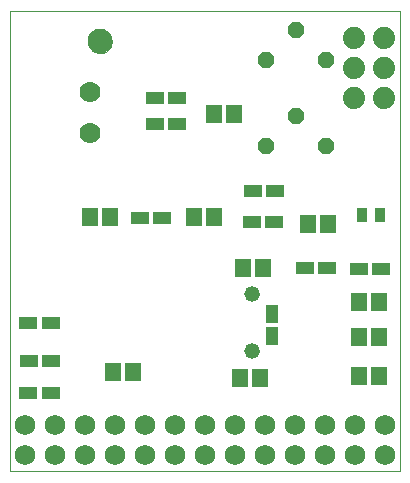
<source format=gbs>
G75*
G70*
%OFA0B0*%
%FSLAX24Y24*%
%IPPOS*%
%LPD*%
%AMOC8*
5,1,8,0,0,1.08239X$1,22.5*
%
%ADD10C,0.0000*%
%ADD11C,0.0827*%
%ADD12R,0.0631X0.0434*%
%ADD13C,0.0520*%
%ADD14R,0.0552X0.0631*%
%ADD15R,0.0434X0.0631*%
%ADD16OC8,0.0520*%
%ADD17C,0.0690*%
%ADD18C,0.0740*%
%ADD19C,0.0700*%
%ADD20R,0.0355X0.0512*%
D10*
X002374Y000180D02*
X002374Y015534D01*
X015384Y015534D01*
X015384Y000180D01*
X002374Y000180D01*
X004983Y014515D02*
X004985Y014554D01*
X004991Y014593D01*
X005001Y014631D01*
X005014Y014668D01*
X005031Y014703D01*
X005051Y014737D01*
X005075Y014768D01*
X005102Y014797D01*
X005131Y014823D01*
X005163Y014846D01*
X005197Y014866D01*
X005233Y014882D01*
X005270Y014894D01*
X005309Y014903D01*
X005348Y014908D01*
X005387Y014909D01*
X005426Y014906D01*
X005465Y014899D01*
X005502Y014888D01*
X005539Y014874D01*
X005574Y014856D01*
X005607Y014835D01*
X005638Y014810D01*
X005666Y014783D01*
X005691Y014753D01*
X005713Y014720D01*
X005732Y014686D01*
X005747Y014650D01*
X005759Y014612D01*
X005767Y014574D01*
X005771Y014535D01*
X005771Y014495D01*
X005767Y014456D01*
X005759Y014418D01*
X005747Y014380D01*
X005732Y014344D01*
X005713Y014310D01*
X005691Y014277D01*
X005666Y014247D01*
X005638Y014220D01*
X005607Y014195D01*
X005574Y014174D01*
X005539Y014156D01*
X005502Y014142D01*
X005465Y014131D01*
X005426Y014124D01*
X005387Y014121D01*
X005348Y014122D01*
X005309Y014127D01*
X005270Y014136D01*
X005233Y014148D01*
X005197Y014164D01*
X005163Y014184D01*
X005131Y014207D01*
X005102Y014233D01*
X005075Y014262D01*
X005051Y014293D01*
X005031Y014327D01*
X005014Y014362D01*
X005001Y014399D01*
X004991Y014437D01*
X004985Y014476D01*
X004983Y014515D01*
D11*
X005377Y014515D03*
D12*
X007223Y012630D03*
X007964Y012630D03*
X007954Y011770D03*
X007213Y011770D03*
X007444Y008630D03*
X006703Y008630D03*
X010433Y008480D03*
X011174Y008480D03*
X011214Y009540D03*
X010473Y009540D03*
X012203Y006960D03*
X012944Y006960D03*
X014003Y006940D03*
X014744Y006940D03*
X003734Y005130D03*
X002993Y005130D03*
X003003Y003860D03*
X003744Y003860D03*
X003734Y002800D03*
X002993Y002800D03*
D13*
X010454Y004190D03*
X010454Y006090D03*
D14*
X010159Y006970D03*
X010828Y006970D03*
X012299Y008430D03*
X012968Y008430D03*
X014009Y005840D03*
X014678Y005840D03*
X014678Y004670D03*
X014009Y004670D03*
X014029Y003360D03*
X014698Y003360D03*
X010708Y003300D03*
X010039Y003300D03*
X006498Y003490D03*
X005829Y003490D03*
X005718Y008660D03*
X005049Y008660D03*
X008509Y008660D03*
X009178Y008660D03*
X009189Y012080D03*
X009858Y012080D03*
D15*
X011114Y005440D03*
X011114Y004700D03*
D16*
X010904Y011040D03*
X011904Y012040D03*
X012904Y011040D03*
X012904Y013880D03*
X011904Y014880D03*
X010904Y013880D03*
D17*
X010893Y001727D03*
X010893Y000727D03*
X009893Y000727D03*
X008893Y000727D03*
X007893Y000727D03*
X006893Y000727D03*
X005893Y000727D03*
X004893Y000727D03*
X003893Y000727D03*
X002893Y000727D03*
X002893Y001727D03*
X003893Y001727D03*
X004893Y001727D03*
X005893Y001727D03*
X006893Y001727D03*
X007893Y001727D03*
X008893Y001727D03*
X009893Y001727D03*
X011893Y001727D03*
X011893Y000727D03*
X012893Y000727D03*
X013893Y000727D03*
X014893Y000727D03*
X014893Y001727D03*
X013893Y001727D03*
X012893Y001727D03*
D18*
X013844Y012620D03*
X014844Y012620D03*
X014844Y013620D03*
X014844Y014620D03*
X013844Y014620D03*
X013844Y013620D03*
D19*
X005064Y012820D03*
X005064Y011460D03*
D20*
X014099Y008720D03*
X014729Y008720D03*
M02*

</source>
